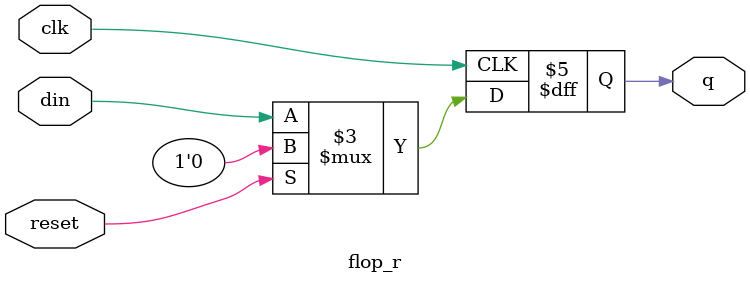
<source format=v>

module flop_r #(parameter Size=1, Reset_Value='b0)(
  input clk
  ,input reset
  ,input [Size-1:0] din
  ,output reg [Size-1:0] q
  );

  always @(posedge clk) begin
    if (reset)
      q <= Reset_Value;
    else
      q <= din;
  end

endmodule 


</source>
